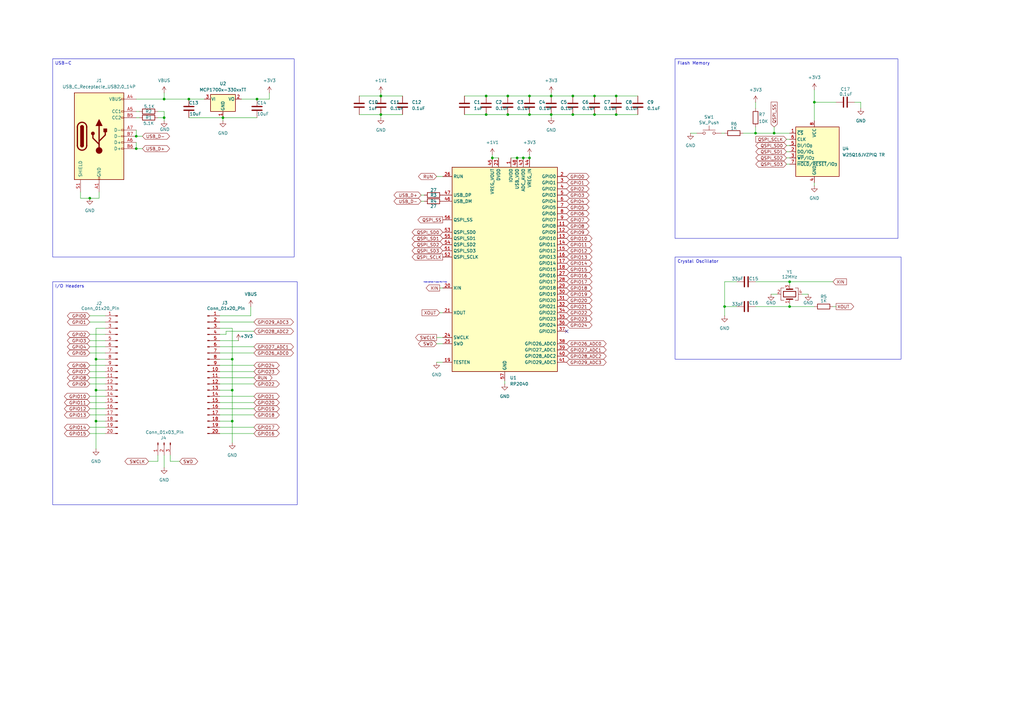
<source format=kicad_sch>
(kicad_sch (version 20250114) (generator "eeschema") (generator_version "9.0")
  (paper "A3")
  (lib_symbols
    (symbol "Connector:Conn_01x03_Pin" (pin_names (offset 1.016) (hide yes))
      (property "Reference" "J" (at 0 5.08 0))
      (property "Value" "Conn_01x03_Pin" (at 0 -5.08 0))
      (symbol "Conn_01x03_Pin_1_1"
        (pin passive line (at 5.08 2.54 180) (length 3.81) (name "Pin_1") (number "1"))
        (pin passive line (at 5.08 0 180) (length 3.81) (name "Pin_2") (number "2"))
        (pin passive line (at 5.08 -2.54 180) (length 3.81) (name "Pin_3") (number "3"))
      )
    )
    (symbol "Connector:Conn_01x20_Pin" (pin_names (offset 1.016) (hide yes))
      (property "Reference" "J" (at 0 25.4 0))
      (property "Value" "Conn_01x20_Pin" (at 0 -27.94 0))
      (symbol "Conn_01x20_Pin_1_1"
        (pin passive line (at 5.08 22.86 180) (length 3.81) (name "Pin_1") (number "1"))
        (pin passive line (at 5.08 20.32 180) (length 3.81) (name "Pin_2") (number "2"))
        (pin passive line (at 5.08 17.78 180) (length 3.81) (name "Pin_3") (number "3"))
        (pin passive line (at 5.08 15.24 180) (length 3.81) (name "Pin_4") (number "4"))
        (pin passive line (at 5.08 12.7 180) (length 3.81) (name "Pin_5") (number "5"))
        (pin passive line (at 5.08 10.16 180) (length 3.81) (name "Pin_6") (number "6"))
        (pin passive line (at 5.08 7.62 180) (length 3.81) (name "Pin_7") (number "7"))
        (pin passive line (at 5.08 5.08 180) (length 3.81) (name "Pin_8") (number "8"))
        (pin passive line (at 5.08 2.54 180) (length 3.81) (name "Pin_9") (number "9"))
        (pin passive line (at 5.08 0 180) (length 3.81) (name "Pin_10") (number "10"))
        (pin passive line (at 5.08 -2.54 180) (length 3.81) (name "Pin_11") (number "11"))
        (pin passive line (at 5.08 -5.08 180) (length 3.81) (name "Pin_12") (number "12"))
        (pin passive line (at 5.08 -7.62 180) (length 3.81) (name "Pin_13") (number "13"))
        (pin passive line (at 5.08 -10.16 180) (length 3.81) (name "Pin_14") (number "14"))
        (pin passive line (at 5.08 -12.7 180) (length 3.81) (name "Pin_15") (number "15"))
        (pin passive line (at 5.08 -15.24 180) (length 3.81) (name "Pin_16") (number "16"))
        (pin passive line (at 5.08 -17.78 180) (length 3.81) (name "Pin_17") (number "17"))
        (pin passive line (at 5.08 -20.32 180) (length 3.81) (name "Pin_18") (number "18"))
        (pin passive line (at 5.08 -22.86 180) (length 3.81) (name "Pin_19") (number "19"))
        (pin passive line (at 5.08 -25.4 180) (length 3.81) (name "Pin_20") (number "20"))
      )
    )
    (symbol "Connector:USB_C_Receptacle_USB2.0_14P" (pin_names (offset 1.016))
      (property "Reference" "J" (at 0 22.225 0))
      (property "Value" "USB_C_Receptacle_USB2.0_14P" (at 0 19.685 0))
      (symbol "USB_C_Receptacle_USB2.0_14P_1_1"
        (pin passive line (at -7.62 -22.86 90) (length 5.08) (name "SHIELD") (number "S1"))
        (pin passive line (at 0 -22.86 90) (length 5.08) (name "GND") (number "A1"))
        (pin passive line (at 0 -22.86 90) (length 5.08) (hide yes) (name "GND") (number "A12"))
        (pin passive line (at 0 -22.86 90) (length 5.08) (hide yes) (name "GND") (number "B1"))
        (pin passive line (at 0 -22.86 90) (length 5.08) (hide yes) (name "GND") (number "B12"))
        (pin passive line (at 15.24 15.24 180) (length 5.08) (name "VBUS") (number "A4"))
        (pin passive line (at 15.24 15.24 180) (length 5.08) (hide yes) (name "VBUS") (number "A9"))
        (pin passive line (at 15.24 15.24 180) (length 5.08) (hide yes) (name "VBUS") (number "B4"))
        (pin passive line (at 15.24 15.24 180) (length 5.08) (hide yes) (name "VBUS") (number "B9"))
        (pin bidirectional line (at 15.24 10.16 180) (length 5.08) (name "CC1") (number "A5"))
        (pin bidirectional line (at 15.24 7.62 180) (length 5.08) (name "CC2") (number "B5"))
        (pin bidirectional line (at 15.24 2.54 180) (length 5.08) (name "D-") (number "A7"))
        (pin bidirectional line (at 15.24 0 180) (length 5.08) (name "D-") (number "B7"))
        (pin bidirectional line (at 15.24 -2.54 180) (length 5.08) (name "D+") (number "A6"))
        (pin bidirectional line (at 15.24 -5.08 180) (length 5.08) (name "D+") (number "B6"))
      )
    )
    (symbol "Device:C" (pin_numbers (hide yes)) (pin_names (offset 0.254))
      (property "Reference" "C" (at 0.635 2.54 0))
      (property "Value" "C" (at 0.635 -2.54 0))
      (symbol "C_1_1"
        (pin passive line (at 0 3.81 270) (length 2.794) (name "~") (number "1"))
        (pin passive line (at 0 -3.81 90) (length 2.794) (name "~") (number "2"))
      )
    )
    (symbol "Device:Crystal_GND24" (pin_names (offset 1.016) (hide yes))
      (property "Reference" "Y" (at 3.175 5.08 0))
      (property "Value" "Crystal_GND24" (at 3.175 3.175 0))
      (symbol "Crystal_GND24_1_1"
        (pin passive line (at -3.81 0 0) (length 1.27) (name "1") (number "1"))
        (pin passive line (at 0 5.08 270) (length 1.27) (name "2") (number "2"))
        (pin passive line (at 0 -5.08 90) (length 1.27) (name "4") (number "4"))
        (pin passive line (at 3.81 0 180) (length 1.27) (name "3") (number "3"))
      )
    )
    (symbol "Device:R" (pin_numbers (hide yes)) (pin_names (offset 0))
      (property "Reference" "R" (at 2.032 0 90))
      (property "Value" "R" (at 0 0 90))
      (symbol "R_1_1"
        (pin passive line (at 0 3.81 270) (length 1.27) (name "~") (number "1"))
        (pin passive line (at 0 -3.81 90) (length 1.27) (name "~") (number "2"))
      )
    )
    (symbol "MCU_RaspberryPi:RP2040"
      (property "Reference" "U" (at 17.78 45.72 0))
      (property "Value" "RP2040" (at 17.78 43.18 0))
      (symbol "RP2040_1_1"
        (pin input line (at -25.4 38.1 0) (length 3.81) (name "RUN") (number "26"))
        (pin bidirectional line (at -25.4 30.48 0) (length 3.81) (name "USB_DP") (number "47"))
        (pin bidirectional line (at -25.4 27.94 0) (length 3.81) (name "USB_DM") (number "46"))
        (pin bidirectional line (at -25.4 20.32 0) (length 3.81) (name "QSPI_SS") (number "56"))
        (pin bidirectional line (at -25.4 15.24 0) (length 3.81) (name "QSPI_SD0") (number "53"))
        (pin bidirectional line (at -25.4 12.7 0) (length 3.81) (name "QSPI_SD1") (number "55"))
        (pin bidirectional line (at -25.4 10.16 0) (length 3.81) (name "QSPI_SD2") (number "54"))
        (pin bidirectional line (at -25.4 7.62 0) (length 3.81) (name "QSPI_SD3") (number "51"))
        (pin output line (at -25.4 5.08 0) (length 3.81) (name "QSPI_SCLK") (number "52"))
        (pin input line (at -25.4 -7.62 0) (length 3.81) (name "XIN") (number "20"))
        (pin passive line (at -25.4 -17.78 0) (length 3.81) (name "XOUT") (number "21"))
        (pin input line (at -25.4 -27.94 0) (length 3.81) (name "SWCLK") (number "24"))
        (pin bidirectional line (at -25.4 -30.48 0) (length 3.81) (name "SWD") (number "25"))
        (pin input line (at -25.4 -38.1 0) (length 3.81) (name "TESTEN") (number "19"))
        (pin power_out line (at -5.08 45.72 270) (length 3.81) (name "VREG_VOUT") (number "45"))
        (pin power_in line (at -2.54 45.72 270) (length 3.81) (name "DVDD") (number "23"))
        (pin passive line (at -2.54 45.72 270) (length 3.81) (hide yes) (name "DVDD") (number "50"))
        (pin power_in line (at 0 -45.72 90) (length 3.81) (name "GND") (number "57"))
        (pin power_in line (at 2.54 45.72 270) (length 3.81) (name "IOVDD") (number "1"))
        (pin passive line (at 2.54 45.72 270) (length 3.81) (hide yes) (name "IOVDD") (number "10"))
        (pin passive line (at 2.54 45.72 270) (length 3.81) (hide yes) (name "IOVDD") (number "22"))
        (pin passive line (at 2.54 45.72 270) (length 3.81) (hide yes) (name "IOVDD") (number "33"))
        (pin passive line (at 2.54 45.72 270) (length 3.81) (hide yes) (name "IOVDD") (number "42"))
        (pin passive line (at 2.54 45.72 270) (length 3.81) (hide yes) (name "IOVDD") (number "49"))
        (pin power_in line (at 5.08 45.72 270) (length 3.81) (name "USB_VDD") (number "48"))
        (pin power_in line (at 7.62 45.72 270) (length 3.81) (name "ADC_AVDD") (number "43"))
        (pin power_in line (at 10.16 45.72 270) (length 3.81) (name "VREG_IN") (number "44"))
        (pin bidirectional line (at 25.4 38.1 180) (length 3.81) (name "GPIO0") (number "2"))
        (pin bidirectional line (at 25.4 35.56 180) (length 3.81) (name "GPIO1") (number "3"))
        (pin bidirectional line (at 25.4 33.02 180) (length 3.81) (name "GPIO2") (number "4"))
        (pin bidirectional line (at 25.4 30.48 180) (length 3.81) (name "GPIO3") (number "5"))
        (pin bidirectional line (at 25.4 27.94 180) (length 3.81) (name "GPIO4") (number "6"))
        (pin bidirectional line (at 25.4 25.4 180) (length 3.81) (name "GPIO5") (number "7"))
        (pin bidirectional line (at 25.4 22.86 180) (length 3.81) (name "GPIO6") (number "8"))
        (pin bidirectional line (at 25.4 20.32 180) (length 3.81) (name "GPIO7") (number "9"))
        (pin bidirectional line (at 25.4 17.78 180) (length 3.81) (name "GPIO8") (number "11"))
        (pin bidirectional line (at 25.4 15.24 180) (length 3.81) (name "GPIO9") (number "12"))
        (pin bidirectional line (at 25.4 12.7 180) (length 3.81) (name "GPIO10") (number "13"))
        (pin bidirectional line (at 25.4 10.16 180) (length 3.81) (name "GPIO11") (number "14"))
        (pin bidirectional line (at 25.4 7.62 180) (length 3.81) (name "GPIO12") (number "15"))
        (pin bidirectional line (at 25.4 5.08 180) (length 3.81) (name "GPIO13") (number "16"))
        (pin bidirectional line (at 25.4 2.54 180) (length 3.81) (name "GPIO14") (number "17"))
        (pin bidirectional line (at 25.4 0 180) (length 3.81) (name "GPIO15") (number "18"))
        (pin bidirectional line (at 25.4 -2.54 180) (length 3.81) (name "GPIO16") (number "27"))
        (pin bidirectional line (at 25.4 -5.08 180) (length 3.81) (name "GPIO17") (number "28"))
        (pin bidirectional line (at 25.4 -7.62 180) (length 3.81) (name "GPIO18") (number "29"))
        (pin bidirectional line (at 25.4 -10.16 180) (length 3.81) (name "GPIO19") (number "30"))
        (pin bidirectional line (at 25.4 -12.7 180) (length 3.81) (name "GPIO20") (number "31"))
        (pin bidirectional line (at 25.4 -15.24 180) (length 3.81) (name "GPIO21") (number "32"))
        (pin bidirectional line (at 25.4 -17.78 180) (length 3.81) (name "GPIO22") (number "34"))
        (pin bidirectional line (at 25.4 -20.32 180) (length 3.81) (name "GPIO23") (number "35"))
        (pin bidirectional line (at 25.4 -22.86 180) (length 3.81) (name "GPIO24") (number "36"))
        (pin bidirectional line (at 25.4 -25.4 180) (length 3.81) (name "GPIO25") (number "37"))
        (pin bidirectional line (at 25.4 -30.48 180) (length 3.81) (name "GPIO26_ADC0") (number "38"))
        (pin bidirectional line (at 25.4 -33.02 180) (length 3.81) (name "GPIO27_ADC1") (number "39"))
        (pin bidirectional line (at 25.4 -35.56 180) (length 3.81) (name "GPIO28_ADC2") (number "40"))
        (pin bidirectional line (at 25.4 -38.1 180) (length 3.81) (name "GPIO29_ADC3") (number "41"))
      )
    )
    (symbol "Memory_Flash:W25Q16JVSS"
      (property "Reference" "U" (at -6.35 11.43 0))
      (property "Value" "W25Q16JVSS" (at 7.62 11.43 0))
      (symbol "W25Q16JVSS_1_1"
        (pin input line (at -10.16 7.62 0) (length 2.54) (name "~{CS}") (number "1"))
        (pin input line (at -10.16 5.08 0) (length 2.54) (name "CLK") (number "6"))
        (pin bidirectional line (at -10.16 2.54 0) (length 2.54) (name "DI/IO_{0}") (number "5"))
        (pin bidirectional line (at -10.16 0 0) (length 2.54) (name "DO/IO_{1}") (number "2"))
        (pin bidirectional line (at -10.16 -2.54 0) (length 2.54) (name "~{WP}/IO_{2}") (number "3"))
        (pin bidirectional line (at -10.16 -5.08 0) (length 2.54) (name "~{HOLD}/~{RESET}/IO_{3}") (number "7"))
        (pin power_in line (at 0 12.7 270) (length 2.54) (name "VCC") (number "8"))
        (pin power_in line (at 0 -12.7 90) (length 2.54) (name "GND") (number "4"))
      )
    )
    (symbol "Regulator_Linear:MCP1700x-330xxTT" (pin_names (offset 0.254))
      (property "Reference" "U" (at -3.81 3.175 0))
      (property "Value" "MCP1700x-330xxTT" (at 0 3.175 0))
      (symbol "MCP1700x-330xxTT_1_1"
        (pin power_in line (at -7.62 0 0) (length 2.54) (name "VI") (number "3"))
        (pin power_in line (at 0 -7.62 90) (length 2.54) (name "GND") (number "1"))
        (pin power_out line (at 7.62 0 180) (length 2.54) (name "VO") (number "2"))
      )
    )
    (symbol "Switch:SW_Push" (pin_numbers (hide yes)) (pin_names (offset 1.016) (hide yes))
      (property "Reference" "SW" (at 1.27 2.54 0))
      (property "Value" "SW_Push" (at 0 -1.524 0))
      (symbol "SW_Push_0_1"
        (pin passive line (at -5.08 0 0) (length 2.54) (name "1") (number "1"))
        (pin passive line (at 5.08 0 180) (length 2.54) (name "2") (number "2"))
      )
    )
    (symbol "power:+1V1" (power) (pin_numbers (hide yes)) (pin_names (offset 0) (hide yes))
      (property "Value" "+1V1" (at 0 3.556 0))
      (symbol "+1V1_1_1"
        (pin power_in line (at 0 0 90) (length 0) (name "~") (number "1"))
      )
    )
    (symbol "power:+3V3" (power) (pin_numbers (hide yes)) (pin_names (offset 0) (hide yes))
      (property "Value" "+3V3" (at 0 3.556 0))
      (symbol "+3V3_1_1"
        (pin power_in line (at 0 0 90) (length 0) (name "~") (number "1"))
      )
    )
    (symbol "power:GND" (power) (pin_numbers (hide yes)) (pin_names (offset 0) (hide yes))
      (property "Value" "GND" (at 0 -3.81 0))
      (symbol "GND_1_1"
        (pin power_in line (at 0 0 270) (length 0) (name "~") (number "1"))
      )
    )
    (symbol "power:VBUS" (power) (pin_numbers (hide yes)) (pin_names (offset 0) (hide yes))
      (property "Value" "VBUS" (at 0 3.556 0))
      (symbol "VBUS_1_1"
        (pin power_in line (at 0 0 90) (length 0) (name "~") (number "1"))
      )
    )
  )
  (text "Crystal oscillator ki output MCU ki input" (at 178.562 115.824 0) (effects (font (size 0.3048 0.3048))))
  (text_box "USB-C\n" (at 21.59 24.13 0) (size 99.06 81.28) (margins 0.9525 0.9525 0.9525 0.9525) (effects (font (size 1.27 1.27)) (justify left top)))
  (text_box "I/O Headers" (at 21.59 115.57 0) (size 100.33 91.44) (margins 0.9525 0.9525 0.9525 0.9525) (effects (font (size 1.27 1.27)) (justify left top)))
  (text_box "Crystal Oscillator" (at 276.86 105.41 0) (size 92.71 41.91) (margins 0.9525 0.9525 0.9525 0.9525) (effects (font (size 1.27 1.27)) (justify left top)))
  (text_box "Flash Memory" (at 276.86 24.13 0) (size 91.44 73.66) (margins 0.9525 0.9525 0.9525 0.9525) (effects (font (size 1.27 1.27)) (justify left top)))
  (junction (at 208.28 39.37))
  (junction (at 156.21 46.99))
  (junction (at 252.73 39.37))
  (junction (at 297.18 125.73))
  (junction (at 323.85 115.57))
  (junction (at 226.06 46.99))
  (junction (at 234.95 39.37))
  (junction (at 212.09 64.77))
  (junction (at 67.31 40.64))
  (junction (at 39.37 172.72))
  (junction (at 156.21 39.37))
  (junction (at 214.63 64.77))
  (junction (at 39.37 160.02))
  (junction (at 208.28 46.99))
  (junction (at 105.41 40.64))
  (junction (at 55.88 60.96))
  (junction (at 334.01 41.91))
  (junction (at 252.73 46.99))
  (junction (at 317.5 54.61))
  (junction (at 199.39 46.99))
  (junction (at 95.25 172.72))
  (junction (at 309.88 54.61))
  (junction (at 323.85 125.73))
  (junction (at 226.06 39.37))
  (junction (at 95.25 147.32))
  (junction (at 36.83 81.28))
  (junction (at 67.31 48.26))
  (junction (at 199.39 39.37))
  (junction (at 95.25 160.02))
  (junction (at 217.17 46.99))
  (junction (at 91.44 48.26))
  (junction (at 217.17 64.77))
  (junction (at 217.17 39.37))
  (junction (at 55.88 55.88))
  (junction (at 243.84 39.37))
  (junction (at 39.37 147.32))
  (junction (at 77.47 40.64))
  (junction (at 243.84 46.99))
  (junction (at 201.93 64.77))
  (junction (at 234.95 46.99))
  (no_connect (at 232.41 135.89))
  (wire (pts (xy 36.83 162.56) (xy 43.18 162.56)))
  (wire (pts (xy 36.83 132.08) (xy 43.18 132.08)))
  (wire (pts (xy 322.58 64.77) (xy 323.85 64.77)))
  (wire (pts (xy 328.93 120.65) (xy 331.47 120.65)))
  (wire (pts (xy 201.93 64.77) (xy 204.47 64.77)))
  (wire (pts (xy 199.39 39.37) (xy 208.28 39.37)))
  (wire (pts (xy 156.21 38.1) (xy 156.21 39.37)))
  (wire (pts (xy 39.37 147.32) (xy 39.37 160.02)))
  (wire (pts (xy 90.17 165.1) (xy 104.14 165.1)))
  (wire (pts (xy 90.17 129.54) (xy 102.87 129.54)))
  (wire (pts (xy 234.95 46.99) (xy 243.84 46.99)))
  (wire (pts (xy 90.17 162.56) (xy 104.14 162.56)))
  (wire (pts (xy 36.83 81.28) (xy 40.64 81.28)))
  (wire (pts (xy 90.17 167.64) (xy 104.14 167.64)))
  (wire (pts (xy 90.17 177.8) (xy 104.14 177.8)))
  (wire (pts (xy 36.83 139.7) (xy 43.18 139.7)))
  (wire (pts (xy 297.18 125.73) (xy 302.26 125.73)))
  (wire (pts (xy 179.07 138.43) (xy 181.61 138.43)))
  (wire (pts (xy 39.37 172.72) (xy 39.37 184.15)))
  (wire (pts (xy 322.58 59.69) (xy 323.85 59.69)))
  (wire (pts (xy 252.73 39.37) (xy 261.62 39.37)))
  (wire (pts (xy 353.06 41.91) (xy 353.06 44.45)))
  (wire (pts (xy 172.72 82.55) (xy 173.99 82.55)))
  (wire (pts (xy 64.77 186.69) (xy 64.77 189.23)))
  (wire (pts (xy 208.28 46.99) (xy 217.17 46.99)))
  (wire (pts (xy 207.01 156.21) (xy 207.01 157.48)))
  (wire (pts (xy 67.31 48.26) (xy 67.31 49.53)))
  (wire (pts (xy 92.71 135.89) (xy 92.71 137.16)))
  (wire (pts (xy 67.31 38.1) (xy 67.31 40.64)))
  (wire (pts (xy 92.71 137.16) (xy 90.17 137.16)))
  (wire (pts (xy 67.31 40.64) (xy 77.47 40.64)))
  (wire (pts (xy 217.17 39.37) (xy 226.06 39.37)))
  (wire (pts (xy 92.71 135.89) (xy 104.14 135.89)))
  (wire (pts (xy 217.17 46.99) (xy 226.06 46.99)))
  (wire (pts (xy 172.72 80.01) (xy 173.99 80.01)))
  (wire (pts (xy 36.83 142.24) (xy 43.18 142.24)))
  (wire (pts (xy 40.64 78.74) (xy 40.64 81.28)))
  (wire (pts (xy 33.02 81.28) (xy 36.83 81.28)))
  (wire (pts (xy 226.06 38.1) (xy 226.06 39.37)))
  (wire (pts (xy 95.25 134.62) (xy 95.25 147.32)))
  (wire (pts (xy 322.58 67.31) (xy 323.85 67.31)))
  (wire (pts (xy 90.17 142.24) (xy 104.14 142.24)))
  (wire (pts (xy 43.18 134.62) (xy 39.37 134.62)))
  (wire (pts (xy 36.83 137.16) (xy 43.18 137.16)))
  (wire (pts (xy 156.21 46.99) (xy 165.1 46.99)))
  (wire (pts (xy 36.83 177.8) (xy 43.18 177.8)))
  (wire (pts (xy 190.5 46.99) (xy 199.39 46.99)))
  (wire (pts (xy 234.95 39.37) (xy 243.84 39.37)))
  (wire (pts (xy 90.17 157.48) (xy 104.14 157.48)))
  (wire (pts (xy 36.83 152.4) (xy 43.18 152.4)))
  (wire (pts (xy 323.85 124.46) (xy 323.85 125.73)))
  (wire (pts (xy 317.5 52.07) (xy 317.5 54.61)))
  (wire (pts (xy 334.01 41.91) (xy 334.01 49.53)))
  (wire (pts (xy 105.41 40.64) (xy 110.49 40.64)))
  (wire (pts (xy 95.25 160.02) (xy 95.25 172.72)))
  (wire (pts (xy 55.88 45.72) (xy 57.15 45.72)))
  (wire (pts (xy 322.58 57.15) (xy 323.85 57.15)))
  (wire (pts (xy 90.17 147.32) (xy 95.25 147.32)))
  (wire (pts (xy 90.17 160.02) (xy 95.25 160.02)))
  (wire (pts (xy 214.63 64.77) (xy 217.17 64.77)))
  (wire (pts (xy 55.88 48.26) (xy 57.15 48.26)))
  (wire (pts (xy 208.28 39.37) (xy 217.17 39.37)))
  (wire (pts (xy 179.07 148.59) (xy 181.61 148.59)))
  (wire (pts (xy 36.83 165.1) (xy 43.18 165.1)))
  (wire (pts (xy 304.8 54.61) (xy 309.88 54.61)))
  (wire (pts (xy 36.83 154.94) (xy 43.18 154.94)))
  (wire (pts (xy 226.06 46.99) (xy 234.95 46.99)))
  (wire (pts (xy 323.85 115.57) (xy 341.63 115.57)))
  (wire (pts (xy 104.14 132.08) (xy 90.17 132.08)))
  (wire (pts (xy 99.06 40.64) (xy 105.41 40.64)))
  (wire (pts (xy 36.83 170.18) (xy 43.18 170.18)))
  (wire (pts (xy 95.25 147.32) (xy 95.25 160.02)))
  (wire (pts (xy 102.87 125.73) (xy 102.87 129.54)))
  (wire (pts (xy 334.01 36.83) (xy 334.01 41.91)))
  (wire (pts (xy 317.5 54.61) (xy 323.85 54.61)))
  (wire (pts (xy 283.21 54.61) (xy 285.75 54.61)))
  (wire (pts (xy 90.17 154.94) (xy 104.14 154.94)))
  (wire (pts (xy 64.77 48.26) (xy 67.31 48.26)))
  (wire (pts (xy 297.18 115.57) (xy 297.18 125.73)))
  (wire (pts (xy 252.73 46.99) (xy 261.62 46.99)))
  (wire (pts (xy 90.17 170.18) (xy 104.14 170.18)))
  (wire (pts (xy 90.17 134.62) (xy 95.25 134.62)))
  (wire (pts (xy 90.17 152.4) (xy 104.14 152.4)))
  (wire (pts (xy 212.09 64.77) (xy 214.63 64.77)))
  (wire (pts (xy 90.17 144.78) (xy 104.14 144.78)))
  (wire (pts (xy 309.88 52.07) (xy 309.88 54.61)))
  (wire (pts (xy 302.26 115.57) (xy 297.18 115.57)))
  (wire (pts (xy 226.06 39.37) (xy 234.95 39.37)))
  (wire (pts (xy 39.37 134.62) (xy 39.37 147.32)))
  (wire (pts (xy 147.32 46.99) (xy 156.21 46.99)))
  (wire (pts (xy 39.37 160.02) (xy 39.37 172.72)))
  (wire (pts (xy 36.83 144.78) (xy 43.18 144.78)))
  (wire (pts (xy 95.25 172.72) (xy 95.25 181.61)))
  (wire (pts (xy 309.88 41.91) (xy 309.88 44.45)))
  (wire (pts (xy 36.83 129.54) (xy 43.18 129.54)))
  (wire (pts (xy 190.5 39.37) (xy 199.39 39.37)))
  (wire (pts (xy 77.47 48.26) (xy 91.44 48.26)))
  (wire (pts (xy 179.07 72.39) (xy 181.61 72.39)))
  (wire (pts (xy 179.07 140.97) (xy 181.61 140.97)))
  (wire (pts (xy 295.91 54.61) (xy 297.18 54.61)))
  (wire (pts (xy 90.17 149.86) (xy 104.14 149.86)))
  (wire (pts (xy 36.83 167.64) (xy 43.18 167.64)))
  (wire (pts (xy 147.32 39.37) (xy 156.21 39.37)))
  (wire (pts (xy 309.88 115.57) (xy 323.85 115.57)))
  (wire (pts (xy 217.17 63.5) (xy 217.17 64.77)))
  (wire (pts (xy 67.31 45.72) (xy 67.31 48.26)))
  (wire (pts (xy 243.84 46.99) (xy 252.73 46.99)))
  (wire (pts (xy 67.31 191.77) (xy 67.31 186.69)))
  (wire (pts (xy 90.17 139.7) (xy 97.79 139.7)))
  (wire (pts (xy 201.93 63.5) (xy 201.93 64.77)))
  (wire (pts (xy 323.85 115.57) (xy 323.85 116.84)))
  (wire (pts (xy 55.88 60.96) (xy 58.42 60.96)))
  (wire (pts (xy 199.39 46.99) (xy 208.28 46.99)))
  (wire (pts (xy 77.47 40.64) (xy 83.82 40.64)))
  (wire (pts (xy 36.83 149.86) (xy 43.18 149.86)))
  (wire (pts (xy 36.83 175.26) (xy 43.18 175.26)))
  (wire (pts (xy 209.55 64.77) (xy 212.09 64.77)))
  (wire (pts (xy 341.63 125.73) (xy 342.9 125.73)))
  (wire (pts (xy 323.85 125.73) (xy 334.01 125.73)))
  (wire (pts (xy 90.17 172.72) (xy 95.25 172.72)))
  (wire (pts (xy 297.18 125.73) (xy 297.18 129.54)))
  (wire (pts (xy 33.02 78.74) (xy 33.02 81.28)))
  (wire (pts (xy 180.34 128.27) (xy 181.61 128.27)))
  (wire (pts (xy 55.88 55.88) (xy 58.42 55.88)))
  (wire (pts (xy 322.58 62.23) (xy 323.85 62.23)))
  (wire (pts (xy 309.88 125.73) (xy 323.85 125.73)))
  (wire (pts (xy 350.52 41.91) (xy 353.06 41.91)))
  (wire (pts (xy 156.21 46.99) (xy 156.21 48.26)))
  (wire (pts (xy 39.37 172.72) (xy 43.18 172.72)))
  (wire (pts (xy 39.37 147.32) (xy 43.18 147.32)))
  (wire (pts (xy 180.34 118.11) (xy 181.61 118.11)))
  (wire (pts (xy 243.84 39.37) (xy 252.73 39.37)))
  (wire (pts (xy 69.85 186.69) (xy 69.85 189.23)))
  (wire (pts (xy 316.23 120.65) (xy 318.77 120.65)))
  (wire (pts (xy 334.01 74.93) (xy 334.01 76.2)))
  (wire (pts (xy 64.77 45.72) (xy 67.31 45.72)))
  (wire (pts (xy 39.37 160.02) (xy 43.18 160.02)))
  (wire (pts (xy 60.96 189.23) (xy 64.77 189.23)))
  (wire (pts (xy 55.88 40.64) (xy 67.31 40.64)))
  (wire (pts (xy 334.01 41.91) (xy 342.9 41.91)))
  (wire (pts (xy 156.21 39.37) (xy 165.1 39.37)))
  (wire (pts (xy 110.49 38.1) (xy 110.49 40.64)))
  (wire (pts (xy 226.06 46.99) (xy 226.06 48.26)))
  (wire (pts (xy 91.44 48.26) (xy 105.41 48.26)))
  (wire (pts (xy 55.88 58.42) (xy 55.88 60.96)))
  (wire (pts (xy 91.44 48.26) (xy 91.44 49.53)))
  (wire (pts (xy 69.85 189.23) (xy 73.66 189.23)))
  (wire (pts (xy 309.88 54.61) (xy 317.5 54.61)))
  (wire (pts (xy 55.88 53.34) (xy 55.88 55.88)))
  (wire (pts (xy 90.17 175.26) (xy 104.14 175.26)))
  (wire (pts (xy 36.83 157.48) (xy 43.18 157.48)))
  (global_label "GPIO22" (shape bidirectional) (at 104.14 157.48 0) (property "Intersheetrefs" "${INTERSHEET_REFS}" (effects (hide yes))))
  (global_label "GPIO18" (shape bidirectional) (at 232.41 118.11 0) (property "Intersheetrefs" "${INTERSHEET_REFS}" (effects (hide yes))))
  (global_label "GPIO19" (shape bidirectional) (at 104.14 167.64 0) (property "Intersheetrefs" "${INTERSHEET_REFS}" (effects (hide yes))))
  (global_label "GPIO1" (shape bidirectional) (at 36.83 132.08 180) (property "Intersheetrefs" "${INTERSHEET_REFS}" (effects (hide yes))))
  (global_label "GPIO19" (shape bidirectional) (at 232.41 120.65 0) (property "Intersheetrefs" "${INTERSHEET_REFS}" (effects (hide yes))))
  (global_label "GPIO16" (shape bidirectional) (at 232.41 113.03 0) (property "Intersheetrefs" "${INTERSHEET_REFS}" (effects (hide yes))))
  (global_label "GPIO7" (shape bidirectional) (at 36.83 152.4 180) (property "Intersheetrefs" "${INTERSHEET_REFS}" (effects (hide yes))))
  (global_label "GPIO8" (shape bidirectional) (at 232.41 92.71 0) (property "Intersheetrefs" "${INTERSHEET_REFS}" (effects (hide yes))))
  (global_label "RUN" (shape bidirectional) (at 104.14 154.94 0) (property "Intersheetrefs" "${INTERSHEET_REFS}" (effects (hide yes))))
  (global_label "GPIO15" (shape bidirectional) (at 36.83 177.8 180) (property "Intersheetrefs" "${INTERSHEET_REFS}" (effects (hide yes))))
  (global_label "GPIO7" (shape bidirectional) (at 232.41 90.17 0) (property "Intersheetrefs" "${INTERSHEET_REFS}" (effects (hide yes))))
  (global_label "USB_D-" (shape bidirectional) (at 58.42 55.88 0) (property "Intersheetrefs" "${INTERSHEET_REFS}" (effects (hide yes))))
  (global_label "QSPI_SD0" (shape bidirectional) (at 181.61 95.25 180) (property "Intersheetrefs" "${INTERSHEET_REFS}" (effects (hide yes))))
  (global_label "GPIO26_ADC0" (shape bidirectional) (at 232.41 140.97 0) (property "Intersheetrefs" "${INTERSHEET_REFS}" (effects (hide yes))))
  (global_label "QSPI_SCLK" (shape input) (at 322.58 57.15 180) (property "Intersheetrefs" "${INTERSHEET_REFS}" (effects (hide yes))))
  (global_label "XIN" (shape output) (at 180.34 118.11 180) (property "Intersheetrefs" "${INTERSHEET_REFS}" (effects (hide yes))))
  (global_label "GPIO13" (shape bidirectional) (at 36.83 170.18 180) (property "Intersheetrefs" "${INTERSHEET_REFS}" (effects (hide yes))))
  (global_label "GPIO10" (shape bidirectional) (at 232.41 97.79 0) (property "Intersheetrefs" "${INTERSHEET_REFS}" (effects (hide yes))))
  (global_label "RUN" (shape bidirectional) (at 179.07 72.39 180) (property "Intersheetrefs" "${INTERSHEET_REFS}" (effects (hide yes))))
  (global_label "GPIO17" (shape bidirectional) (at 232.41 115.57 0) (property "Intersheetrefs" "${INTERSHEET_REFS}" (effects (hide yes))))
  (global_label "GPIO21" (shape bidirectional) (at 104.14 162.56 0) (property "Intersheetrefs" "${INTERSHEET_REFS}" (effects (hide yes))))
  (global_label "GPIO29_ADC3" (shape bidirectional) (at 104.14 132.08 0) (property "Intersheetrefs" "${INTERSHEET_REFS}" (effects (hide yes))))
  (global_label "GPIO9" (shape bidirectional) (at 232.41 95.25 0) (property "Intersheetrefs" "${INTERSHEET_REFS}" (effects (hide yes))))
  (global_label "GPIO10" (shape bidirectional) (at 36.83 162.56 180) (property "Intersheetrefs" "${INTERSHEET_REFS}" (effects (hide yes))))
  (global_label "QSPI_SS" (shape input) (at 317.5 52.07 90) (property "Intersheetrefs" "${INTERSHEET_REFS}" (effects (hide yes))))
  (global_label "GPIO29_ADC3" (shape bidirectional) (at 232.41 148.59 0) (property "Intersheetrefs" "${INTERSHEET_REFS}" (effects (hide yes))))
  (global_label "GPIO3" (shape bidirectional) (at 232.41 80.01 0) (property "Intersheetrefs" "${INTERSHEET_REFS}" (effects (hide yes))))
  (global_label "GPIO24" (shape bidirectional) (at 232.41 133.35 0) (property "Intersheetrefs" "${INTERSHEET_REFS}" (effects (hide yes))))
  (global_label "GPIO2" (shape bidirectional) (at 232.41 77.47 0) (property "Intersheetrefs" "${INTERSHEET_REFS}" (effects (hide yes))))
  (global_label "QSPI_SD2" (shape bidirectional) (at 322.58 64.77 180) (property "Intersheetrefs" "${INTERSHEET_REFS}" (effects (hide yes))))
  (global_label "GPIO14" (shape bidirectional) (at 36.83 175.26 180) (property "Intersheetrefs" "${INTERSHEET_REFS}" (effects (hide yes))))
  (global_label "GPIO20" (shape bidirectional) (at 232.41 123.19 0) (property "Intersheetrefs" "${INTERSHEET_REFS}" (effects (hide yes))))
  (global_label "GPIO22" (shape bidirectional) (at 232.41 128.27 0) (property "Intersheetrefs" "${INTERSHEET_REFS}" (effects (hide yes))))
  (global_label "GPIO6" (shape bidirectional) (at 36.83 149.86 180) (property "Intersheetrefs" "${INTERSHEET_REFS}" (effects (hide yes))))
  (global_label "GPIO5" (shape bidirectional) (at 36.83 144.78 180) (property "Intersheetrefs" "${INTERSHEET_REFS}" (effects (hide yes))))
  (global_label "GPIO20" (shape bidirectional) (at 104.14 165.1 0) (property "Intersheetrefs" "${INTERSHEET_REFS}" (effects (hide yes))))
  (global_label "GPIO27_ADC1" (shape bidirectional) (at 104.14 142.24 0) (property "Intersheetrefs" "${INTERSHEET_REFS}" (effects (hide yes))))
  (global_label "QSPI_SD3" (shape bidirectional) (at 181.61 102.87 180) (property "Intersheetrefs" "${INTERSHEET_REFS}" (effects (hide yes))))
  (global_label "GPIO23" (shape bidirectional) (at 104.14 152.4 0) (property "Intersheetrefs" "${INTERSHEET_REFS}" (effects (hide yes))))
  (global_label "XOUT" (shape input) (at 180.34 128.27 180) (property "Intersheetrefs" "${INTERSHEET_REFS}" (effects (hide yes))))
  (global_label "SWCLK" (shape output) (at 179.07 138.43 180) (property "Intersheetrefs" "${INTERSHEET_REFS}" (effects (hide yes))))
  (global_label "SWD" (shape bidirectional) (at 179.07 140.97 180) (property "Intersheetrefs" "${INTERSHEET_REFS}" (effects (hide yes))))
  (global_label "GPIO6" (shape bidirectional) (at 232.41 87.63 0) (property "Intersheetrefs" "${INTERSHEET_REFS}" (effects (hide yes))))
  (global_label "GPIO16" (shape bidirectional) (at 104.14 177.8 0) (property "Intersheetrefs" "${INTERSHEET_REFS}" (effects (hide yes))))
  (global_label "GPIO11" (shape bidirectional) (at 36.83 165.1 180) (property "Intersheetrefs" "${INTERSHEET_REFS}" (effects (hide yes))))
  (global_label "GPIO15" (shape bidirectional) (at 232.41 110.49 0) (property "Intersheetrefs" "${INTERSHEET_REFS}" (effects (hide yes))))
  (global_label "GPIO0" (shape bidirectional) (at 232.41 72.39 0) (property "Intersheetrefs" "${INTERSHEET_REFS}" (effects (hide yes))))
  (global_label "GPIO13" (shape bidirectional) (at 232.41 105.41 0) (property "Intersheetrefs" "${INTERSHEET_REFS}" (effects (hide yes))))
  (global_label "GPIO5" (shape bidirectional) (at 232.41 85.09 0) (property "Intersheetrefs" "${INTERSHEET_REFS}" (effects (hide yes))))
  (global_label "GPIO9" (shape bidirectional) (at 36.83 157.48 180) (property "Intersheetrefs" "${INTERSHEET_REFS}" (effects (hide yes))))
  (global_label "QSPI_SD1" (shape bidirectional) (at 322.58 62.23 180) (property "Intersheetrefs" "${INTERSHEET_REFS}" (effects (hide yes))))
  (global_label "USB_D+" (shape bidirectional) (at 172.72 80.01 180) (property "Intersheetrefs" "${INTERSHEET_REFS}" (effects (hide yes))))
  (global_label "GPIO18" (shape bidirectional) (at 104.14 170.18 0) (property "Intersheetrefs" "${INTERSHEET_REFS}" (effects (hide yes))))
  (global_label "GPIO26_ADC0" (shape bidirectional) (at 104.14 144.78 0) (property "Intersheetrefs" "${INTERSHEET_REFS}" (effects (hide yes))))
  (global_label "XIN" (shape input) (at 341.63 115.57 0) (property "Intersheetrefs" "${INTERSHEET_REFS}" (effects (hide yes))))
  (global_label "GPIO12" (shape bidirectional) (at 232.41 102.87 0) (property "Intersheetrefs" "${INTERSHEET_REFS}" (effects (hide yes))))
  (global_label "GPIO12" (shape bidirectional) (at 36.83 167.64 180) (property "Intersheetrefs" "${INTERSHEET_REFS}" (effects (hide yes))))
  (global_label "GPIO4" (shape bidirectional) (at 36.83 142.24 180) (property "Intersheetrefs" "${INTERSHEET_REFS}" (effects (hide yes))))
  (global_label "QSPI_SD0" (shape bidirectional) (at 322.58 59.69 180) (property "Intersheetrefs" "${INTERSHEET_REFS}" (effects (hide yes))))
  (global_label "GPIO27_ADC1" (shape bidirectional) (at 232.41 143.51 0) (property "Intersheetrefs" "${INTERSHEET_REFS}" (effects (hide yes))))
  (global_label "QSPI_SD2" (shape bidirectional) (at 181.61 100.33 180) (property "Intersheetrefs" "${INTERSHEET_REFS}" (effects (hide yes))))
  (global_label "GPIO28_ADC2" (shape bidirectional) (at 104.14 135.89 0) (property "Intersheetrefs" "${INTERSHEET_REFS}" (effects (hide yes))))
  (global_label "GPIO4" (shape bidirectional) (at 232.41 82.55 0) (property "Intersheetrefs" "${INTERSHEET_REFS}" (effects (hide yes))))
  (global_label "GPIO28_ADC2" (shape bidirectional) (at 232.41 146.05 0) (property "Intersheetrefs" "${INTERSHEET_REFS}" (effects (hide yes))))
  (global_label "GPIO17" (shape bidirectional) (at 104.14 175.26 0) (property "Intersheetrefs" "${INTERSHEET_REFS}" (effects (hide yes))))
  (global_label "SWD" (shape bidirectional) (at 73.66 189.23 0) (property "Intersheetrefs" "${INTERSHEET_REFS}" (effects (hide yes))))
  (global_label "SWCLK" (shape bidirectional) (at 60.96 189.23 180) (property "Intersheetrefs" "${INTERSHEET_REFS}" (effects (hide yes))))
  (global_label "QSPI_SS" (shape output) (at 181.61 90.17 180) (property "Intersheetrefs" "${INTERSHEET_REFS}" (effects (hide yes))))
  (global_label "USB_D-" (shape bidirectional) (at 172.72 82.55 180) (property "Intersheetrefs" "${INTERSHEET_REFS}" (effects (hide yes))))
  (global_label "GPIO14" (shape bidirectional) (at 232.41 107.95 0) (property "Intersheetrefs" "${INTERSHEET_REFS}" (effects (hide yes))))
  (global_label "GPIO23" (shape bidirectional) (at 232.41 130.81 0) (property "Intersheetrefs" "${INTERSHEET_REFS}" (effects (hide yes))))
  (global_label "GPIO3" (shape bidirectional) (at 36.83 139.7 180) (property "Intersheetrefs" "${INTERSHEET_REFS}" (effects (hide yes))))
  (global_label "GPIO8" (shape bidirectional) (at 36.83 154.94 180) (property "Intersheetrefs" "${INTERSHEET_REFS}" (effects (hide yes))))
  (global_label "QSPI_SD1" (shape bidirectional) (at 181.61 97.79 180) (property "Intersheetrefs" "${INTERSHEET_REFS}" (effects (hide yes))))
  (global_label "GPIO24" (shape bidirectional) (at 104.14 149.86 0) (property "Intersheetrefs" "${INTERSHEET_REFS}" (effects (hide yes))))
  (global_label "GPIO0" (shape bidirectional) (at 36.83 129.54 180) (property "Intersheetrefs" "${INTERSHEET_REFS}" (effects (hide yes))))
  (global_label "QSPI_SD3" (shape bidirectional) (at 322.58 67.31 180) (property "Intersheetrefs" "${INTERSHEET_REFS}" (effects (hide yes))))
  (global_label "GPIO2" (shape bidirectional) (at 36.83 137.16 180) (property "Intersheetrefs" "${INTERSHEET_REFS}" (effects (hide yes))))
  (global_label "USB_D+" (shape bidirectional) (at 58.42 60.96 0) (property "Intersheetrefs" "${INTERSHEET_REFS}" (effects (hide yes))))
  (global_label "QSPI_SCLK" (shape output) (at 181.61 105.41 180) (property "Intersheetrefs" "${INTERSHEET_REFS}" (effects (hide yes))))
  (global_label "GPIO11" (shape bidirectional) (at 232.41 100.33 0) (property "Intersheetrefs" "${INTERSHEET_REFS}" (effects (hide yes))))
  (global_label "GPIO21" (shape bidirectional) (at 232.41 125.73 0) (property "Intersheetrefs" "${INTERSHEET_REFS}" (effects (hide yes))))
  (global_label "GPIO1" (shape bidirectional) (at 232.41 74.93 0) (property "Intersheetrefs" "${INTERSHEET_REFS}" (effects (hide yes))))
  (global_label "XOUT" (shape output) (at 342.9 125.73 0) (property "Intersheetrefs" "${INTERSHEET_REFS}" (effects (hide yes))))
  (symbol (lib_id "Connector:Conn_01x20_Pin") (at 48.26 152.4 0) (mirror y) (unit 1)
    (property "Reference" "J2" (at 40.64 124.46 0))
    (property "Value" "Conn_01x20_Pin" (at 41.148 126.492 0))
    (property "Footprint" "Connector_PinHeader_2.54mm:PinHeader_1x20_P2.54mm_Vertical" (effects (hide yes)))
    (property "Description" "Generic connector, single row, 01x20, script generated" (effects (hide yes)))
  )
  (symbol (lib_id "power:GND") (at 95.25 181.61 0) (unit 1)
    (property "Reference" "#PWR024" (effects (hide yes)))
    (property "Value" "GND" (at 95.25 186.69 0))
    (property "Description" "Power symbol creates a global label with name \"GND\" , ground" (effects (hide yes)))
  )
  (symbol (lib_id "power:+3V3") (at 217.17 63.5 0) (unit 1)
    (property "Reference" "#PWR01" (effects (hide yes)))
    (property "Value" "+3V3" (at 217.17 58.42 0))
    (property "Description" "Power symbol creates a global label with name \"+3V3\"" (effects (hide yes)))
  )
  (symbol (lib_id "Device:R") (at 60.96 45.72 90) (unit 1)
    (property "Reference" "R2" (at 60.96 45.72 90))
    (property "Value" "5.1K" (at 61.214 43.688 90))
    (property "Footprint" "Resistor_SMD:R_0402_1005Metric" (effects (hide yes)))
    (property "Description" "Resistor" (effects (hide yes)))
  )
  (symbol (lib_id "Device:C") (at 105.41 44.45 0) (unit 1)
    (property "Reference" "C14" (at 105.41 42.164 0) (effects (justify left)))
    (property "Value" "10uF" (at 105.41 46.736 0) (effects (justify left)))
    (property "Footprint" "Capacitor_SMD:C_0603_1608Metric" (effects (hide yes)))
    (property "Description" "Unpolarized capacitor" (effects (hide yes)))
  )
  (symbol (lib_id "power:+3V3") (at 110.49 38.1 0) (unit 1)
    (property "Reference" "#PWR012" (effects (hide yes)))
    (property "Value" "+3V3" (at 110.49 33.02 0))
    (property "Description" "Power symbol creates a global label with name \"+3V3\"" (effects (hide yes)))
  )
  (symbol (lib_id "power:GND") (at 91.44 49.53 0) (unit 1)
    (property "Reference" "#PWR010" (effects (hide yes)))
    (property "Value" "GND" (at 91.44 54.61 0))
    (property "Description" "Power symbol creates a global label with name \"GND\" , ground" (effects (hide yes)))
  )
  (symbol (lib_id "power:GND") (at 179.07 148.59 0) (unit 1)
    (property "Reference" "#PWR021" (effects (hide yes)))
    (property "Value" "GND" (at 179.07 153.67 0))
    (property "Description" "Power symbol creates a global label with name \"GND\" , ground" (effects (hide yes)))
  )
  (symbol (lib_id "Device:C") (at 346.71 41.91 90) (unit 1)
    (property "Reference" "C17" (at 346.71 36.576 90))
    (property "Value" "0.1uF" (at 346.964 38.608 90))
    (property "Footprint" "Capacitor_SMD:C_0402_1005Metric" (effects (hide yes)))
    (property "Description" "Unpolarized capacitor" (effects (hide yes)))
  )
  (symbol (lib_id "Device:C") (at 77.47 44.45 0) (unit 1)
    (property "Reference" "C13" (at 77.47 42.164 0) (effects (justify left)))
    (property "Value" "10uF" (at 77.724 46.736 0) (effects (justify left)))
    (property "Footprint" "Capacitor_SMD:C_0603_1608Metric" (effects (hide yes)))
    (property "Description" "Unpolarized capacitor" (effects (hide yes)))
  )
  (symbol (lib_id "Device:C") (at 217.17 43.18 0) (unit 1)
    (property "Reference" "C4" (at 220.98 41.9099 0) (effects (justify left)))
    (property "Value" "0.1uF" (at 220.98 44.4499 0) (effects (justify left)))
    (property "Footprint" "Capacitor_SMD:C_0402_1005Metric" (effects (hide yes)))
    (property "Description" "Unpolarized capacitor" (effects (hide yes)))
  )
  (symbol (lib_id "Device:C") (at 261.62 43.18 0) (unit 1)
    (property "Reference" "C9" (at 265.43 41.9099 0) (effects (justify left)))
    (property "Value" "0.1uF" (at 265.43 44.4499 0) (effects (justify left)))
    (property "Footprint" "Capacitor_SMD:C_0402_1005Metric" (effects (hide yes)))
    (property "Description" "Unpolarized capacitor" (effects (hide yes)))
  )
  (symbol (lib_id "Memory_Flash:W25Q16JVSS") (at 334.01 62.23 0) (unit 1)
    (property "Reference" "U4" (at 345.44 60.9599 0) (effects (justify left)))
    (property "Value" "W25Q16JVZPIQ TR" (at 345.44 63.4999 0) (effects (justify left)))
    (property "Footprint" "Package_SON:Winbond_USON-8-1EP_3x2mm_P0.5mm_EP0.2x1.6mm" (effects (hide yes)))
    (property "Datasheet" "kicad-embed://Winbond_USON-8-1EP_3x2mm_P0.5mm_EP0.2x1.6mm.kicad_mod" (effects (hide yes)))
  )
  (symbol (lib_id "Device:C") (at 252.73 43.18 0) (unit 1)
    (property "Reference" "C8" (at 256.54 41.9099 0) (effects (justify left)))
    (property "Value" "0.1uF" (at 256.54 44.4499 0) (effects (justify left)))
    (property "Footprint" "Capacitor_SMD:C_0402_1005Metric" (effects (hide yes)))
    (property "Description" "Unpolarized capacitor" (effects (hide yes)))
  )
  (symbol (lib_id "power:GND") (at 297.18 129.54 0) (unit 1)
    (property "Reference" "#PWR015" (effects (hide yes)))
    (property "Value" "GND" (at 297.18 134.62 0))
    (property "Description" "Power symbol creates a global label with name \"GND\" , ground" (effects (hide yes)))
  )
  (symbol (lib_id "Device:C") (at 226.06 43.18 0) (unit 1)
    (property "Reference" "C5" (at 229.87 41.9099 0) (effects (justify left)))
    (property "Value" "0.1uF" (at 229.87 44.4499 0) (effects (justify left)))
    (property "Footprint" "Capacitor_SMD:C_0402_1005Metric" (effects (hide yes)))
    (property "Description" "Unpolarized capacitor" (effects (hide yes)))
  )
  (symbol (lib_id "power:GND") (at 156.21 48.26 0) (unit 1)
    (property "Reference" "#PWR06" (effects (hide yes)))
    (property "Value" "GND" (at 156.21 53.34 0))
    (property "Description" "Power symbol creates a global label with name \"GND\" , ground" (effects (hide yes)))
  )
  (symbol (lib_id "power:GND") (at 283.21 54.61 0) (unit 1)
    (property "Reference" "#PWR020" (effects (hide yes)))
    (property "Value" "GND" (at 283.21 59.69 0))
    (property "Description" "Power symbol creates a global label with name \"GND\" , ground" (effects (hide yes)))
  )
  (symbol (lib_id "Device:C") (at 243.84 43.18 0) (unit 1)
    (property "Reference" "C7" (at 247.65 41.9099 0) (effects (justify left)))
    (property "Value" "0.1uF" (at 247.65 44.4499 0) (effects (justify left)))
    (property "Footprint" "Capacitor_SMD:C_0402_1005Metric" (effects (hide yes)))
    (property "Description" "Unpolarized capacitor" (effects (hide yes)))
  )
  (symbol (lib_id "power:GND") (at 67.31 191.77 0) (unit 1)
    (property "Reference" "#PWR022" (effects (hide yes)))
    (property "Value" "GND" (at 67.31 196.85 0))
    (property "Description" "Power symbol creates a global label with name \"GND\" , ground" (effects (hide yes)))
  )
  (symbol (lib_id "power:+3V3") (at 334.01 36.83 0) (unit 1)
    (property "Reference" "#PWR016" (effects (hide yes)))
    (property "Value" "+3V3" (at 334.01 31.75 0))
    (property "Description" "Power symbol creates a global label with name \"+3V3\"" (effects (hide yes)))
  )
  (symbol (lib_id "Device:C") (at 208.28 43.18 0) (unit 1)
    (property "Reference" "C3" (at 212.09 41.9099 0) (effects (justify left)))
    (property "Value" "0.1uF" (at 212.09 44.4499 0) (effects (justify left)))
    (property "Footprint" "Capacitor_SMD:C_0402_1005Metric" (effects (hide yes)))
    (property "Description" "Unpolarized capacitor" (effects (hide yes)))
  )
  (symbol (lib_id "MCU_RaspberryPi:RP2040") (at 207.01 110.49 0) (unit 1)
    (property "Reference" "U1" (at 209.1533 154.94 0) (effects (justify left)))
    (property "Value" "RP2040" (at 209.1533 157.48 0) (effects (justify left)))
    (property "Footprint" "Package_DFN_QFN:QFN-56-1EP_7x7mm_P0.4mm_EP3.2x3.2mm" (effects (hide yes)))
    (property "Datasheet" "https://datasheets.raspberrypi.com/rp2040/rp2040-datasheet.pdf" (effects (hide yes)))
    (property "Description" "A microcontroller by Raspberry Pi" (effects (hide yes)))
  )
  (symbol (lib_id "power:GND") (at 39.37 184.15 0) (unit 1)
    (property "Reference" "#PWR023" (effects (hide yes)))
    (property "Value" "GND" (at 39.37 189.23 0))
    (property "Description" "Power symbol creates a global label with name \"GND\" , ground" (effects (hide yes)))
  )
  (symbol (lib_id "Device:C") (at 234.95 43.18 0) (unit 1)
    (property "Reference" "C6" (at 238.76 41.9099 0) (effects (justify left)))
    (property "Value" "0.1uF" (at 238.76 44.4499 0) (effects (justify left)))
    (property "Footprint" "Capacitor_SMD:C_0402_1005Metric" (effects (hide yes)))
    (property "Description" "Unpolarized capacitor" (effects (hide yes)))
  )
  (symbol (lib_id "Device:R") (at 177.8 82.55 90) (unit 1)
    (property "Reference" "R4" (at 177.8 82.55 90))
    (property "Value" "27" (at 177.8 84.582 90))
    (property "Footprint" "Resistor_SMD:R_0402_1005Metric" (effects (hide yes)))
    (property "Description" "Resistor" (effects (hide yes)))
  )
  (symbol (lib_id "power:VBUS") (at 102.87 125.73 0) (unit 1)
    (property "Reference" "#PWR026" (effects (hide yes)))
    (property "Value" "VBUS" (at 102.87 120.65 0))
    (property "Description" "Power symbol creates a global label with name \"VBUS\"" (effects (hide yes)))
  )
  (symbol (lib_id "Device:C") (at 165.1 43.18 0) (unit 1)
    (property "Reference" "C12" (at 168.91 41.9099 0) (effects (justify left)))
    (property "Value" "0.1uF" (at 168.91 44.4499 0) (effects (justify left)))
    (property "Footprint" "Capacitor_SMD:C_0402_1005Metric" (effects (hide yes)))
    (property "Description" "Unpolarized capacitor" (effects (hide yes)))
  )
  (symbol (lib_id "Regulator_Linear:MCP1700x-330xxTT") (at 91.44 40.64 0) (unit 1)
    (property "Reference" "U2" (at 91.44 34.29 0))
    (property "Value" "MCP1700x-330xxTT" (at 91.44 36.83 0))
    (property "Footprint" "Package_TO_SOT_SMD:SOT-23" (effects (hide yes)))
    (property "Datasheet" "http://ww1.microchip.com/downloads/en/DeviceDoc/20001826D.pdf" (effects (hide yes)))
    (property "Description" "250mA Low Quiscent Current LDO, 3.3V output, SOT-23" (effects (hide yes)))
  )
  (symbol (lib_id "Device:C") (at 147.32 43.18 0) (unit 1)
    (property "Reference" "C10" (at 151.13 41.9099 0) (effects (justify left)))
    (property "Value" "1uF" (at 151.13 44.4499 0) (effects (justify left)))
    (property "Footprint" "Capacitor_SMD:C_0402_1005Metric" (effects (hide yes)))
    (property "Description" "Unpolarized capacitor" (effects (hide yes)))
  )
  (symbol (lib_id "power:GND") (at 316.23 120.65 0) (unit 1)
    (property "Reference" "#PWR013" (effects (hide yes)))
    (property "Value" "GND" (at 316.23 124.206 0))
    (property "Description" "Power symbol creates a global label with name \"GND\" , ground" (effects (hide yes)))
  )
  (symbol (lib_id "Device:C") (at 306.07 115.57 90) (unit 1)
    (property "Reference" "C15" (at 309.118 114.3 90))
    (property "Value" "33pF" (at 302.514 114.3 90))
    (property "Footprint" "Capacitor_SMD:C_0402_1005Metric" (effects (hide yes)))
    (property "Description" "Unpolarized capacitor" (effects (hide yes)))
  )
  (symbol (lib_id "power:+3V3") (at 97.79 139.7 0) (unit 1)
    (property "Reference" "#PWR025" (effects (hide yes)))
    (property "Value" "+3V3" (at 101.092 137.922 0))
    (property "Description" "Power symbol creates a global label with name \"+3V3\"" (effects (hide yes)))
  )
  (symbol (lib_id "Device:R") (at 60.96 48.26 90) (unit 1)
    (property "Reference" "R1" (at 60.96 48.26 90))
    (property "Value" "5.1K" (at 60.96 50.546 90))
    (property "Footprint" "Resistor_SMD:R_0402_1005Metric" (effects (hide yes)))
    (property "Description" "Resistor" (effects (hide yes)))
  )
  (symbol (lib_id "Connector:USB_C_Receptacle_USB2.0_14P") (at 40.64 55.88 0) (unit 1)
    (property "Reference" "J1" (at 40.64 33.02 0))
    (property "Value" "USB_C_Receptacle_USB2.0_14P" (at 40.64 35.56 0))
    (property "Footprint" "Connector_USB:USB_C_Receptacle_HRO_TYPE-C-31-M-12" (effects (hide yes)))
    (property "Datasheet" "https://www.usb.org/sites/default/files/documents/usb_type-c.zip" (effects (hide yes)))
    (property "Description" "USB 2.0-only 14P Type-C Receptacle connector" (effects (hide yes)))
  )
  (symbol (lib_id "power:GND") (at 207.01 157.48 0) (unit 1)
    (property "Reference" "#PWR07" (effects (hide yes)))
    (property "Value" "GND" (at 207.01 162.56 0))
    (property "Description" "Power symbol creates a global label with name \"GND\" , ground" (effects (hide yes)))
  )
  (symbol (lib_id "Device:R") (at 309.88 48.26 0) (unit 1)
    (property "Reference" "R7" (at 311.15 46.99 0) (effects (justify left)))
    (property "Value" "10K" (at 311.15 49.784 0) (effects (justify left)))
    (property "Footprint" "Resistor_SMD:R_0402_1005Metric" (effects (hide yes)))
    (property "Description" "Resistor" (effects (hide yes)))
  )
  (symbol (lib_id "Connector:Conn_01x03_Pin") (at 67.31 181.61 90) (mirror x) (unit 1)
    (property "Reference" "J4" (at 67.056 179.578 90))
    (property "Value" "Conn_01x03_Pin" (at 67.564 177.292 90))
    (property "Footprint" "Connector_PinHeader_2.54mm:PinHeader_1x03_P2.54mm_Vertical" (effects (hide yes)))
    (property "Description" "Generic connector, single row, 01x03, script generated" (effects (hide yes)))
  )
  (symbol (lib_id "power:GND") (at 331.47 120.65 0) (unit 1)
    (property "Reference" "#PWR014" (effects (hide yes)))
    (property "Value" "GND" (at 331.47 124.206 0))
    (property "Description" "Power symbol creates a global label with name \"GND\" , ground" (effects (hide yes)))
  )
  (symbol (lib_id "power:+1V1") (at 201.93 63.5 0) (unit 1)
    (property "Reference" "#PWR02" (effects (hide yes)))
    (property "Value" "+1V1" (at 201.93 58.42 0))
    (property "Description" "Power symbol creates a global label with name \"+1V1\"" (effects (hide yes)))
  )
  (symbol (lib_id "power:GND") (at 36.83 81.28 0) (unit 1)
    (property "Reference" "#PWR08" (effects (hide yes)))
    (property "Value" "GND" (at 36.83 86.36 0))
    (property "Description" "Power symbol creates a global label with name \"GND\" , ground" (effects (hide yes)))
  )
  (symbol (lib_id "power:GND") (at 353.06 44.45 0) (unit 1)
    (property "Reference" "#PWR018" (effects (hide yes)))
    (property "Value" "GND" (at 353.06 49.53 0))
    (property "Description" "Power symbol creates a global label with name \"GND\" , ground" (effects (hide yes)))
  )
  (symbol (lib_id "Switch:SW_Push") (at 290.83 54.61 0) (unit 1)
    (property "Reference" "SW1" (at 290.83 48.006 0))
    (property "Value" "SW_Push" (at 290.83 50.292 0))
    (property "Footprint" "Button_Switch_SMD:SW_Push_SPST_NO_Alps_SKRK" (effects (hide yes)))
    (property "Description" "Push button switch, generic, two pins" (effects (hide yes)))
  )
  (symbol (lib_id "Device:R") (at 177.8 80.01 90) (unit 1)
    (property "Reference" "R3" (at 177.8 80.01 90))
    (property "Value" "27" (at 177.8 77.978 90))
    (property "Footprint" "Resistor_SMD:R_0402_1005Metric" (effects (hide yes)))
    (property "Description" "Resistor" (effects (hide yes)))
  )
  (symbol (lib_id "Device:C") (at 306.07 125.73 90) (unit 1)
    (property "Reference" "C16" (at 309.118 124.206 90))
    (property "Value" "33pF" (at 302.514 124.714 90))
    (property "Footprint" "Capacitor_SMD:C_0402_1005Metric" (effects (hide yes)))
    (property "Description" "Unpolarized capacitor" (effects (hide yes)))
  )
  (symbol (lib_id "power:+1V1") (at 156.21 38.1 0) (unit 1)
    (property "Reference" "#PWR05" (effects (hide yes)))
    (property "Value" "+1V1" (at 156.21 33.02 0))
    (property "Description" "Power symbol creates a global label with name \"+1V1\"" (effects (hide yes)))
  )
  (symbol (lib_id "power:GND") (at 334.01 76.2 0) (unit 1)
    (property "Reference" "#PWR017" (effects (hide yes)))
    (property "Value" "GND" (at 334.01 81.28 0))
    (property "Description" "Power symbol creates a global label with name \"GND\" , ground" (effects (hide yes)))
  )
  (symbol (lib_id "power:GND") (at 67.31 49.53 0) (unit 1)
    (property "Reference" "#PWR09" (effects (hide yes)))
    (property "Value" "GND" (at 67.564 53.086 0))
    (property "Description" "Power symbol creates a global label with name \"GND\" , ground" (effects (hide yes)))
  )
  (symbol (lib_id "Device:R") (at 300.99 54.61 90) (unit 1)
    (property "Reference" "R6" (at 300.99 50.8 90))
    (property "Value" "1K" (at 300.99 52.578 90))
    (property "Footprint" "Resistor_SMD:R_0402_1005Metric" (effects (hide yes)))
    (property "Description" "Resistor" (effects (hide yes)))
  )
  (symbol (lib_id "Device:R") (at 337.82 125.73 90) (unit 1)
    (property "Reference" "R5" (at 337.82 121.666 90))
    (property "Value" "1K" (at 337.82 123.444 90))
    (property "Footprint" "Resistor_SMD:R_0402_1005Metric" (effects (hide yes)))
    (property "Description" "Resistor" (effects (hide yes)))
  )
  (symbol (lib_id "power:VBUS") (at 67.31 38.1 0) (unit 1)
    (property "Reference" "#PWR011" (effects (hide yes)))
    (property "Value" "VBUS" (at 67.31 33.02 0))
    (property "Description" "Power symbol creates a global label with name \"VBUS\"" (effects (hide yes)))
  )
  (symbol (lib_id "Device:C") (at 199.39 43.18 0) (unit 1)
    (property "Reference" "C2" (at 203.2 41.9099 0) (effects (justify left)))
    (property "Value" "0.1uF" (at 203.2 44.4499 0) (effects (justify left)))
    (property "Footprint" "Capacitor_SMD:C_0402_1005Metric" (effects (hide yes)))
    (property "Description" "Unpolarized capacitor" (effects (hide yes)))
  )
  (symbol (lib_id "Device:C") (at 190.5 43.18 0) (unit 1)
    (property "Reference" "C1" (at 194.31 41.9099 0) (effects (justify left)))
    (property "Value" "1uF" (at 194.31 44.4499 0) (effects (justify left)))
    (property "Footprint" "Capacitor_SMD:C_0402_1005Metric" (effects (hide yes)))
    (property "Description" "Unpolarized capacitor" (effects (hide yes)))
  )
  (symbol (lib_id "power:+3V3") (at 226.06 38.1 0) (unit 1)
    (property "Reference" "#PWR03" (effects (hide yes)))
    (property "Value" "+3V3" (at 226.06 33.02 0))
    (property "Description" "Power symbol creates a global label with name \"+3V3\"" (effects (hide yes)))
  )
  (symbol (lib_id "power:+3V3") (at 309.88 41.91 0) (unit 1)
    (property "Reference" "#PWR019" (effects (hide yes)))
    (property "Value" "+3V3" (at 309.88 36.83 0))
    (property "Description" "Power symbol creates a global label with name \"+3V3\"" (effects (hide yes)))
  )
  (symbol (lib_id "power:GND") (at 226.06 48.26 0) (unit 1)
    (property "Reference" "#PWR04" (effects (hide yes)))
    (property "Value" "GND" (at 226.06 53.34 0))
    (property "Description" "Power symbol creates a global label with name \"GND\" , ground" (effects (hide yes)))
  )
  (symbol (lib_id "Device:C") (at 156.21 43.18 0) (unit 1)
    (property "Reference" "C11" (at 160.02 41.9099 0) (effects (justify left)))
    (property "Value" "0.1uF" (at 160.02 44.4499 0) (effects (justify left)))
    (property "Footprint" "Capacitor_SMD:C_0402_1005Metric" (effects (hide yes)))
    (property "Description" "Unpolarized capacitor" (effects (hide yes)))
  )
  (symbol (lib_id "Device:Crystal_GND24") (at 323.85 120.65 90) (unit 1)
    (property "Reference" "Y1" (at 323.85 111.506 90))
    (property "Value" "12MHz" (at 323.85 113.538 90))
    (property "Footprint" "Crystal:Crystal_SMD_3225-4Pin_3.2x2.5mm" (effects (hide yes)))
    (property "Description" "Four pin crystal, GND on pins 2 and 4" (effects (hide yes)))
  )
  (symbol (lib_id "Connector:Conn_01x20_Pin") (at 85.09 152.4 0) (unit 1)
    (property "Reference" "J3" (at 92.202 124.206 0))
    (property "Value" "Conn_01x20_Pin" (at 92.71 126.492 0))
    (property "Footprint" "Connector_PinHeader_2.54mm:PinHeader_1x20_P2.54mm_Vertical" (effects (hide yes)))
    (property "Description" "Generic connector, single row, 01x20, script generated" (effects (hide yes)))
  )
)
</source>
